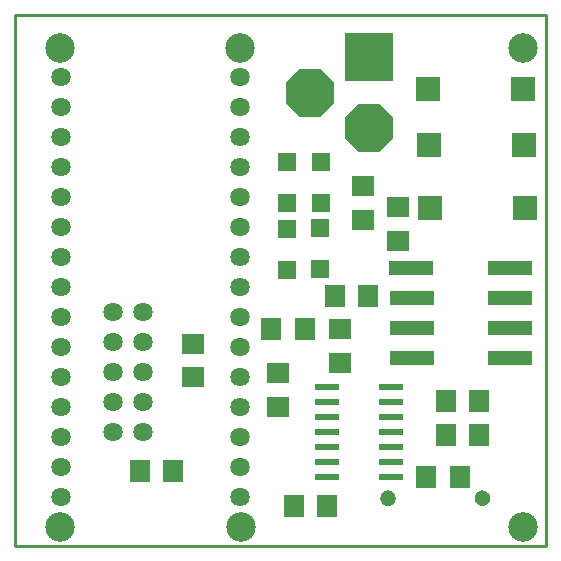
<source format=gts>
G75*
%MOIN*%
%OFA0B0*%
%FSLAX25Y25*%
%IPPOS*%
%LPD*%
%AMOC8*
5,1,8,0,0,1.08239X$1,22.5*
%
%ADD10C,0.01000*%
%ADD11R,0.06699X0.07487*%
%ADD12R,0.08274X0.02369*%
%ADD13C,0.06424*%
%ADD14R,0.06306X0.06306*%
%ADD15OC8,0.16148*%
%ADD16R,0.16148X0.16148*%
%ADD17C,0.08077*%
%ADD18R,0.07498X0.06699*%
%ADD19R,0.06699X0.07498*%
%ADD20R,0.08274X0.08274*%
%ADD21R,0.14967X0.04928*%
%ADD22C,0.00000*%
%ADD23C,0.05124*%
%ADD24C,0.09849*%
D10*
X0019234Y0003118D02*
X0019234Y0180283D01*
X0196399Y0180283D01*
X0196399Y0003118D01*
X0019234Y0003118D01*
D11*
X0112147Y0016504D03*
X0123171Y0016504D03*
X0162997Y0040094D03*
X0174020Y0040094D03*
X0174020Y0051624D03*
X0162997Y0051624D03*
D12*
X0144649Y0051135D03*
X0144649Y0046135D03*
X0144649Y0041135D03*
X0144649Y0036135D03*
X0144649Y0031135D03*
X0144649Y0026135D03*
X0123389Y0026135D03*
X0123389Y0031135D03*
X0123389Y0036135D03*
X0123389Y0041135D03*
X0123389Y0046135D03*
X0123389Y0051135D03*
X0123389Y0056175D03*
X0144649Y0056135D03*
D13*
X0094431Y0059339D03*
X0094431Y0069339D03*
X0094431Y0079339D03*
X0094431Y0089339D03*
X0094431Y0099339D03*
X0094431Y0109339D03*
X0094431Y0119339D03*
X0094431Y0129339D03*
X0094431Y0139339D03*
X0094431Y0149339D03*
X0094431Y0159339D03*
X0034588Y0159339D03*
X0034588Y0149339D03*
X0034588Y0139339D03*
X0034588Y0129339D03*
X0034588Y0119339D03*
X0034588Y0109339D03*
X0034588Y0099339D03*
X0034588Y0089339D03*
X0034588Y0079339D03*
X0034588Y0069339D03*
X0034588Y0059339D03*
X0034588Y0049339D03*
X0034588Y0039339D03*
X0034588Y0029339D03*
X0034588Y0019339D03*
X0051793Y0041150D03*
X0061793Y0041150D03*
X0061793Y0051150D03*
X0051793Y0051150D03*
X0051793Y0061150D03*
X0051793Y0071150D03*
X0061793Y0071150D03*
X0061793Y0061150D03*
X0061793Y0081150D03*
X0051793Y0081150D03*
X0094431Y0049339D03*
X0094431Y0039339D03*
X0094431Y0029339D03*
X0094431Y0019339D03*
D14*
X0109785Y0095047D03*
X0120977Y0095541D03*
X0120977Y0109320D03*
X0121202Y0117488D03*
X0109785Y0117488D03*
X0109785Y0108827D03*
X0109785Y0131268D03*
X0121202Y0131268D03*
D15*
X0137351Y0142439D03*
X0117651Y0154239D03*
D16*
X0137351Y0166039D03*
D17*
X0134351Y0166039D03*
X0140351Y0166039D03*
X0117651Y0157239D03*
X0117651Y0151239D03*
X0134351Y0142439D03*
X0140351Y0142439D03*
D18*
X0135420Y0123047D03*
X0135420Y0111850D03*
X0147054Y0116155D03*
X0147054Y0104958D03*
X0127770Y0075495D03*
X0127770Y0064298D03*
X0107029Y0060685D03*
X0107029Y0049488D03*
X0078683Y0059331D03*
X0078683Y0070528D03*
D19*
X0104668Y0075446D03*
X0115865Y0075446D03*
X0125808Y0086335D03*
X0137005Y0086335D03*
X0156443Y0026240D03*
X0167639Y0026240D03*
X0072076Y0028302D03*
X0060880Y0028302D03*
D20*
X0157649Y0115762D03*
X0157361Y0136939D03*
X0157061Y0155361D03*
X0188557Y0155361D03*
X0188857Y0136939D03*
X0189145Y0115762D03*
D21*
X0184194Y0095852D03*
X0184234Y0085852D03*
X0184194Y0075852D03*
X0184234Y0065852D03*
X0151517Y0065852D03*
X0151517Y0075852D03*
X0151478Y0085852D03*
X0151439Y0095852D03*
D22*
X0141084Y0019220D02*
X0141086Y0019317D01*
X0141092Y0019414D01*
X0141102Y0019510D01*
X0141116Y0019606D01*
X0141134Y0019702D01*
X0141155Y0019796D01*
X0141181Y0019890D01*
X0141210Y0019982D01*
X0141244Y0020073D01*
X0141280Y0020163D01*
X0141321Y0020251D01*
X0141365Y0020337D01*
X0141413Y0020422D01*
X0141464Y0020504D01*
X0141518Y0020585D01*
X0141576Y0020663D01*
X0141637Y0020738D01*
X0141700Y0020811D01*
X0141767Y0020882D01*
X0141837Y0020949D01*
X0141909Y0021014D01*
X0141984Y0021075D01*
X0142062Y0021134D01*
X0142141Y0021189D01*
X0142223Y0021241D01*
X0142307Y0021289D01*
X0142393Y0021334D01*
X0142481Y0021376D01*
X0142570Y0021414D01*
X0142661Y0021448D01*
X0142753Y0021478D01*
X0142846Y0021505D01*
X0142941Y0021527D01*
X0143036Y0021546D01*
X0143132Y0021561D01*
X0143228Y0021572D01*
X0143325Y0021579D01*
X0143422Y0021582D01*
X0143519Y0021581D01*
X0143616Y0021576D01*
X0143712Y0021567D01*
X0143808Y0021554D01*
X0143904Y0021537D01*
X0143999Y0021516D01*
X0144092Y0021492D01*
X0144185Y0021463D01*
X0144277Y0021431D01*
X0144367Y0021395D01*
X0144455Y0021356D01*
X0144542Y0021312D01*
X0144627Y0021266D01*
X0144710Y0021215D01*
X0144791Y0021162D01*
X0144869Y0021105D01*
X0144946Y0021045D01*
X0145019Y0020982D01*
X0145090Y0020916D01*
X0145158Y0020847D01*
X0145224Y0020775D01*
X0145286Y0020701D01*
X0145345Y0020624D01*
X0145401Y0020545D01*
X0145454Y0020463D01*
X0145504Y0020380D01*
X0145549Y0020294D01*
X0145592Y0020207D01*
X0145631Y0020118D01*
X0145666Y0020028D01*
X0145697Y0019936D01*
X0145724Y0019843D01*
X0145748Y0019749D01*
X0145768Y0019654D01*
X0145784Y0019558D01*
X0145796Y0019462D01*
X0145804Y0019365D01*
X0145808Y0019268D01*
X0145808Y0019172D01*
X0145804Y0019075D01*
X0145796Y0018978D01*
X0145784Y0018882D01*
X0145768Y0018786D01*
X0145748Y0018691D01*
X0145724Y0018597D01*
X0145697Y0018504D01*
X0145666Y0018412D01*
X0145631Y0018322D01*
X0145592Y0018233D01*
X0145549Y0018146D01*
X0145504Y0018060D01*
X0145454Y0017977D01*
X0145401Y0017895D01*
X0145345Y0017816D01*
X0145286Y0017739D01*
X0145224Y0017665D01*
X0145158Y0017593D01*
X0145090Y0017524D01*
X0145019Y0017458D01*
X0144946Y0017395D01*
X0144869Y0017335D01*
X0144791Y0017278D01*
X0144710Y0017225D01*
X0144627Y0017174D01*
X0144542Y0017128D01*
X0144455Y0017084D01*
X0144367Y0017045D01*
X0144277Y0017009D01*
X0144185Y0016977D01*
X0144092Y0016948D01*
X0143999Y0016924D01*
X0143904Y0016903D01*
X0143808Y0016886D01*
X0143712Y0016873D01*
X0143616Y0016864D01*
X0143519Y0016859D01*
X0143422Y0016858D01*
X0143325Y0016861D01*
X0143228Y0016868D01*
X0143132Y0016879D01*
X0143036Y0016894D01*
X0142941Y0016913D01*
X0142846Y0016935D01*
X0142753Y0016962D01*
X0142661Y0016992D01*
X0142570Y0017026D01*
X0142481Y0017064D01*
X0142393Y0017106D01*
X0142307Y0017151D01*
X0142223Y0017199D01*
X0142141Y0017251D01*
X0142062Y0017306D01*
X0141984Y0017365D01*
X0141909Y0017426D01*
X0141837Y0017491D01*
X0141767Y0017558D01*
X0141700Y0017629D01*
X0141637Y0017702D01*
X0141576Y0017777D01*
X0141518Y0017855D01*
X0141464Y0017936D01*
X0141413Y0018018D01*
X0141365Y0018103D01*
X0141321Y0018189D01*
X0141280Y0018277D01*
X0141244Y0018367D01*
X0141210Y0018458D01*
X0141181Y0018550D01*
X0141155Y0018644D01*
X0141134Y0018738D01*
X0141116Y0018834D01*
X0141102Y0018930D01*
X0141092Y0019026D01*
X0141086Y0019123D01*
X0141084Y0019220D01*
X0172581Y0019220D02*
X0172583Y0019317D01*
X0172589Y0019414D01*
X0172599Y0019510D01*
X0172613Y0019606D01*
X0172631Y0019702D01*
X0172652Y0019796D01*
X0172678Y0019890D01*
X0172707Y0019982D01*
X0172741Y0020073D01*
X0172777Y0020163D01*
X0172818Y0020251D01*
X0172862Y0020337D01*
X0172910Y0020422D01*
X0172961Y0020504D01*
X0173015Y0020585D01*
X0173073Y0020663D01*
X0173134Y0020738D01*
X0173197Y0020811D01*
X0173264Y0020882D01*
X0173334Y0020949D01*
X0173406Y0021014D01*
X0173481Y0021075D01*
X0173559Y0021134D01*
X0173638Y0021189D01*
X0173720Y0021241D01*
X0173804Y0021289D01*
X0173890Y0021334D01*
X0173978Y0021376D01*
X0174067Y0021414D01*
X0174158Y0021448D01*
X0174250Y0021478D01*
X0174343Y0021505D01*
X0174438Y0021527D01*
X0174533Y0021546D01*
X0174629Y0021561D01*
X0174725Y0021572D01*
X0174822Y0021579D01*
X0174919Y0021582D01*
X0175016Y0021581D01*
X0175113Y0021576D01*
X0175209Y0021567D01*
X0175305Y0021554D01*
X0175401Y0021537D01*
X0175496Y0021516D01*
X0175589Y0021492D01*
X0175682Y0021463D01*
X0175774Y0021431D01*
X0175864Y0021395D01*
X0175952Y0021356D01*
X0176039Y0021312D01*
X0176124Y0021266D01*
X0176207Y0021215D01*
X0176288Y0021162D01*
X0176366Y0021105D01*
X0176443Y0021045D01*
X0176516Y0020982D01*
X0176587Y0020916D01*
X0176655Y0020847D01*
X0176721Y0020775D01*
X0176783Y0020701D01*
X0176842Y0020624D01*
X0176898Y0020545D01*
X0176951Y0020463D01*
X0177001Y0020380D01*
X0177046Y0020294D01*
X0177089Y0020207D01*
X0177128Y0020118D01*
X0177163Y0020028D01*
X0177194Y0019936D01*
X0177221Y0019843D01*
X0177245Y0019749D01*
X0177265Y0019654D01*
X0177281Y0019558D01*
X0177293Y0019462D01*
X0177301Y0019365D01*
X0177305Y0019268D01*
X0177305Y0019172D01*
X0177301Y0019075D01*
X0177293Y0018978D01*
X0177281Y0018882D01*
X0177265Y0018786D01*
X0177245Y0018691D01*
X0177221Y0018597D01*
X0177194Y0018504D01*
X0177163Y0018412D01*
X0177128Y0018322D01*
X0177089Y0018233D01*
X0177046Y0018146D01*
X0177001Y0018060D01*
X0176951Y0017977D01*
X0176898Y0017895D01*
X0176842Y0017816D01*
X0176783Y0017739D01*
X0176721Y0017665D01*
X0176655Y0017593D01*
X0176587Y0017524D01*
X0176516Y0017458D01*
X0176443Y0017395D01*
X0176366Y0017335D01*
X0176288Y0017278D01*
X0176207Y0017225D01*
X0176124Y0017174D01*
X0176039Y0017128D01*
X0175952Y0017084D01*
X0175864Y0017045D01*
X0175774Y0017009D01*
X0175682Y0016977D01*
X0175589Y0016948D01*
X0175496Y0016924D01*
X0175401Y0016903D01*
X0175305Y0016886D01*
X0175209Y0016873D01*
X0175113Y0016864D01*
X0175016Y0016859D01*
X0174919Y0016858D01*
X0174822Y0016861D01*
X0174725Y0016868D01*
X0174629Y0016879D01*
X0174533Y0016894D01*
X0174438Y0016913D01*
X0174343Y0016935D01*
X0174250Y0016962D01*
X0174158Y0016992D01*
X0174067Y0017026D01*
X0173978Y0017064D01*
X0173890Y0017106D01*
X0173804Y0017151D01*
X0173720Y0017199D01*
X0173638Y0017251D01*
X0173559Y0017306D01*
X0173481Y0017365D01*
X0173406Y0017426D01*
X0173334Y0017491D01*
X0173264Y0017558D01*
X0173197Y0017629D01*
X0173134Y0017702D01*
X0173073Y0017777D01*
X0173015Y0017855D01*
X0172961Y0017936D01*
X0172910Y0018018D01*
X0172862Y0018103D01*
X0172818Y0018189D01*
X0172777Y0018277D01*
X0172741Y0018367D01*
X0172707Y0018458D01*
X0172678Y0018550D01*
X0172652Y0018644D01*
X0172631Y0018738D01*
X0172613Y0018834D01*
X0172599Y0018930D01*
X0172589Y0019026D01*
X0172583Y0019123D01*
X0172581Y0019220D01*
D23*
X0174943Y0019220D03*
X0143446Y0019220D03*
D24*
X0188525Y0009496D03*
X0094534Y0009496D03*
X0034334Y0009496D03*
X0034334Y0169318D03*
X0094434Y0169218D03*
X0188525Y0169260D03*
M02*

</source>
